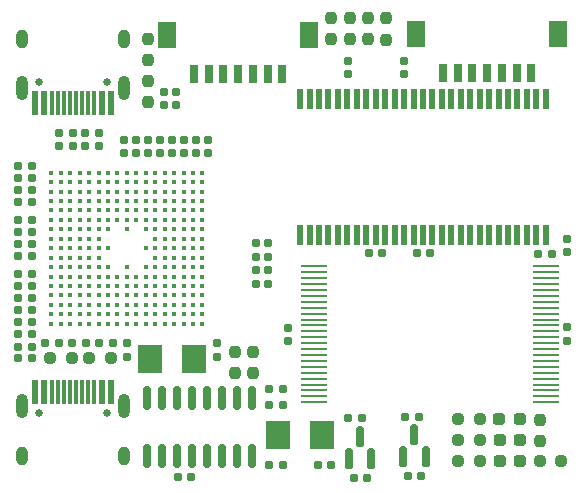
<source format=gts>
G04 #@! TF.GenerationSoftware,KiCad,Pcbnew,7.0.1-0*
G04 #@! TF.CreationDate,2023-04-12T11:12:59+08:00*
G04 #@! TF.ProjectId,slimarm_classic_2410,736c696d-6172-46d5-9f63-6c6173736963,rev?*
G04 #@! TF.SameCoordinates,Original*
G04 #@! TF.FileFunction,Soldermask,Top*
G04 #@! TF.FilePolarity,Negative*
%FSLAX46Y46*%
G04 Gerber Fmt 4.6, Leading zero omitted, Abs format (unit mm)*
G04 Created by KiCad (PCBNEW 7.0.1-0) date 2023-04-12 11:12:59*
%MOMM*%
%LPD*%
G01*
G04 APERTURE LIST*
G04 Aperture macros list*
%AMRoundRect*
0 Rectangle with rounded corners*
0 $1 Rounding radius*
0 $2 $3 $4 $5 $6 $7 $8 $9 X,Y pos of 4 corners*
0 Add a 4 corners polygon primitive as box body*
4,1,4,$2,$3,$4,$5,$6,$7,$8,$9,$2,$3,0*
0 Add four circle primitives for the rounded corners*
1,1,$1+$1,$2,$3*
1,1,$1+$1,$4,$5*
1,1,$1+$1,$6,$7*
1,1,$1+$1,$8,$9*
0 Add four rect primitives between the rounded corners*
20,1,$1+$1,$2,$3,$4,$5,0*
20,1,$1+$1,$4,$5,$6,$7,0*
20,1,$1+$1,$6,$7,$8,$9,0*
20,1,$1+$1,$8,$9,$2,$3,0*%
G04 Aperture macros list end*
%ADD10RoundRect,0.237500X-0.250000X-0.237500X0.250000X-0.237500X0.250000X0.237500X-0.250000X0.237500X0*%
%ADD11RoundRect,0.150000X0.150000X-0.739000X0.150000X0.739000X-0.150000X0.739000X-0.150000X-0.739000X0*%
%ADD12RoundRect,0.155000X-0.212500X-0.155000X0.212500X-0.155000X0.212500X0.155000X-0.212500X0.155000X0*%
%ADD13RoundRect,0.155000X-0.155000X0.212500X-0.155000X-0.212500X0.155000X-0.212500X0.155000X0.212500X0*%
%ADD14C,0.410000*%
%ADD15RoundRect,0.160000X-0.160000X0.197500X-0.160000X-0.197500X0.160000X-0.197500X0.160000X0.197500X0*%
%ADD16RoundRect,0.160000X0.197500X0.160000X-0.197500X0.160000X-0.197500X-0.160000X0.197500X-0.160000X0*%
%ADD17C,0.650000*%
%ADD18R,0.600000X2.000000*%
%ADD19R,0.300000X2.000000*%
%ADD20R,0.600000X1.450000*%
%ADD21O,1.000000X2.100000*%
%ADD22O,1.000000X1.600000*%
%ADD23RoundRect,0.237500X0.287500X0.237500X-0.287500X0.237500X-0.287500X-0.237500X0.287500X-0.237500X0*%
%ADD24RoundRect,0.155000X0.212500X0.155000X-0.212500X0.155000X-0.212500X-0.155000X0.212500X-0.155000X0*%
%ADD25R,0.711200X1.600000*%
%ADD26R,1.600200X2.209800*%
%ADD27RoundRect,0.237500X0.237500X-0.250000X0.237500X0.250000X-0.237500X0.250000X-0.237500X-0.250000X0*%
%ADD28RoundRect,0.160000X0.160000X-0.197500X0.160000X0.197500X-0.160000X0.197500X-0.160000X-0.197500X0*%
%ADD29RoundRect,0.237500X-0.237500X0.250000X-0.237500X-0.250000X0.237500X-0.250000X0.237500X0.250000X0*%
%ADD30RoundRect,0.155000X0.155000X-0.212500X0.155000X0.212500X-0.155000X0.212500X-0.155000X-0.212500X0*%
%ADD31RoundRect,0.237500X0.250000X0.237500X-0.250000X0.237500X-0.250000X-0.237500X0.250000X-0.237500X0*%
%ADD32RoundRect,0.160000X-0.197500X-0.160000X0.197500X-0.160000X0.197500X0.160000X-0.197500X0.160000X0*%
%ADD33R,0.508000X1.693800*%
%ADD34R,2.182700X0.254000*%
%ADD35RoundRect,0.150000X0.150000X-0.825000X0.150000X0.825000X-0.150000X0.825000X-0.150000X-0.825000X0*%
%ADD36R,2.000000X2.400000*%
G04 APERTURE END LIST*
D10*
G04 #@! TO.C,R7*
X25757500Y-36830000D03*
X27582500Y-36830000D03*
G04 #@! TD*
D11*
G04 #@! TO.C,U3*
X55650000Y-45212500D03*
X57550000Y-45212500D03*
X56600000Y-43337500D03*
G04 #@! TD*
D12*
G04 #@! TO.C,C45*
X51476000Y-46919000D03*
X52611000Y-46919000D03*
G04 #@! TD*
D13*
G04 #@! TO.C,C21*
X35364000Y-14242500D03*
X35364000Y-15377500D03*
G04 #@! TD*
G04 #@! TO.C,C40*
X34036000Y-18332500D03*
X34036000Y-19467500D03*
G04 #@! TD*
D12*
G04 #@! TO.C,C35*
X25340500Y-35560000D03*
X26475500Y-35560000D03*
G04 #@! TD*
G04 #@! TO.C,C43*
X23054500Y-29718000D03*
X24189500Y-29718000D03*
G04 #@! TD*
G04 #@! TO.C,C11*
X44310500Y-45850000D03*
X45445500Y-45850000D03*
G04 #@! TD*
D14*
G04 #@! TO.C,IC1*
X38650000Y-21100000D03*
X38650000Y-21900000D03*
X38650000Y-22700000D03*
X38650000Y-23500000D03*
X38650000Y-24300000D03*
X38650000Y-25100000D03*
X38650000Y-25900000D03*
X38650000Y-26700000D03*
X38650000Y-27500000D03*
X38650000Y-28300000D03*
X38650000Y-29100000D03*
X38650000Y-29900000D03*
X38650000Y-30700000D03*
X38650000Y-31500000D03*
X38650000Y-32300000D03*
X38650000Y-33100000D03*
X38650000Y-33900000D03*
X37850000Y-21100000D03*
X37850000Y-21900000D03*
X37850000Y-22700000D03*
X37850000Y-23500000D03*
X37850000Y-24300000D03*
X37850000Y-25100000D03*
X37850000Y-25900000D03*
X37850000Y-26700000D03*
X37850000Y-27500000D03*
X37850000Y-28300000D03*
X37850000Y-29100000D03*
X37850000Y-29900000D03*
X37850000Y-30700000D03*
X37850000Y-31500000D03*
X37850000Y-32300000D03*
X37850000Y-33100000D03*
X37850000Y-33900000D03*
X37050000Y-21100000D03*
X37050000Y-21900000D03*
X37050000Y-22700000D03*
X37050000Y-23500000D03*
X37050000Y-24300000D03*
X37050000Y-25100000D03*
X37050000Y-25900000D03*
X37050000Y-26700000D03*
X37050000Y-27500000D03*
X37050000Y-28300000D03*
X37050000Y-29100000D03*
X37050000Y-29900000D03*
X37050000Y-30700000D03*
X37050000Y-31500000D03*
X37050000Y-32300000D03*
X37050000Y-33100000D03*
X37050000Y-33900000D03*
X36250000Y-21100000D03*
X36250000Y-21900000D03*
X36250000Y-22700000D03*
X36250000Y-23500000D03*
X36250000Y-24300000D03*
X36250000Y-25100000D03*
X36250000Y-25900000D03*
X36250000Y-26700000D03*
X36250000Y-27500000D03*
X36250000Y-28300000D03*
X36250000Y-29100000D03*
X36250000Y-29900000D03*
X36250000Y-30700000D03*
X36250000Y-31500000D03*
X36250000Y-32300000D03*
X36250000Y-33100000D03*
X36250000Y-33900000D03*
X35450000Y-21100000D03*
X35450000Y-21900000D03*
X35450000Y-22700000D03*
X35450000Y-23500000D03*
X35450000Y-24300000D03*
X35450000Y-25100000D03*
X35450000Y-25900000D03*
X35450000Y-26700000D03*
X35450000Y-27500000D03*
X35450000Y-28300000D03*
X35450000Y-29100000D03*
X35450000Y-29900000D03*
X35450000Y-30700000D03*
X35450000Y-31500000D03*
X35450000Y-32300000D03*
X35450000Y-33100000D03*
X35450000Y-33900000D03*
X34650000Y-21100000D03*
X34650000Y-21900000D03*
X34650000Y-22700000D03*
X34650000Y-23500000D03*
X34650000Y-24300000D03*
X34650000Y-25100000D03*
X34650000Y-25900000D03*
X34650000Y-26700000D03*
X34650000Y-27500000D03*
X34650000Y-28300000D03*
X34650000Y-29100000D03*
X34650000Y-29900000D03*
X34650000Y-30700000D03*
X34650000Y-31500000D03*
X34650000Y-32300000D03*
X34650000Y-33100000D03*
X34650000Y-33900000D03*
X33850000Y-21100000D03*
X33850000Y-21900000D03*
X33850000Y-22700000D03*
X33850000Y-23500000D03*
X33850000Y-24300000D03*
X33850000Y-25100000D03*
X33850000Y-25900000D03*
X33850000Y-27500000D03*
X33850000Y-29100000D03*
X33850000Y-29900000D03*
X33850000Y-30700000D03*
X33850000Y-31500000D03*
X33850000Y-32300000D03*
X33850000Y-33100000D03*
X33850000Y-33900000D03*
X33050000Y-21100000D03*
X33050000Y-21900000D03*
X33050000Y-22700000D03*
X33050000Y-23500000D03*
X33050000Y-24300000D03*
X33050000Y-25100000D03*
X33050000Y-29900000D03*
X33050000Y-30700000D03*
X33050000Y-31500000D03*
X33050000Y-32300000D03*
X33050000Y-33100000D03*
X33050000Y-33900000D03*
X32250000Y-21100000D03*
X32250000Y-21900000D03*
X32250000Y-22700000D03*
X32250000Y-23500000D03*
X32250000Y-24300000D03*
X32250000Y-25100000D03*
X32250000Y-25900000D03*
X32250000Y-29100000D03*
X32250000Y-29900000D03*
X32250000Y-30700000D03*
X32250000Y-31500000D03*
X32250000Y-32300000D03*
X32250000Y-33100000D03*
X32250000Y-33900000D03*
X31450000Y-21100000D03*
X31450000Y-21900000D03*
X31450000Y-22700000D03*
X31450000Y-23500000D03*
X31450000Y-24300000D03*
X31450000Y-25100000D03*
X31450000Y-29900000D03*
X31450000Y-30700000D03*
X31450000Y-31500000D03*
X31450000Y-32300000D03*
X31450000Y-33100000D03*
X31450000Y-33900000D03*
X30650000Y-21100000D03*
X30650000Y-21900000D03*
X30650000Y-22700000D03*
X30650000Y-23500000D03*
X30650000Y-24300000D03*
X30650000Y-25100000D03*
X30650000Y-25900000D03*
X30650000Y-27500000D03*
X30650000Y-29100000D03*
X30650000Y-29900000D03*
X30650000Y-30700000D03*
X30650000Y-31500000D03*
X30650000Y-32300000D03*
X30650000Y-33100000D03*
X30650000Y-33900000D03*
X29850000Y-21100000D03*
X29850000Y-21900000D03*
X29850000Y-22700000D03*
X29850000Y-23500000D03*
X29850000Y-24300000D03*
X29850000Y-25100000D03*
X29850000Y-25900000D03*
X29850000Y-26700000D03*
X29850000Y-27500000D03*
X29850000Y-28300000D03*
X29850000Y-29100000D03*
X29850000Y-29900000D03*
X29850000Y-30700000D03*
X29850000Y-31500000D03*
X29850000Y-32300000D03*
X29850000Y-33100000D03*
X29850000Y-33900000D03*
X29050000Y-21100000D03*
X29050000Y-21900000D03*
X29050000Y-22700000D03*
X29050000Y-23500000D03*
X29050000Y-24300000D03*
X29050000Y-25100000D03*
X29050000Y-25900000D03*
X29050000Y-26700000D03*
X29050000Y-27500000D03*
X29050000Y-28300000D03*
X29050000Y-29100000D03*
X29050000Y-29900000D03*
X29050000Y-30700000D03*
X29050000Y-31500000D03*
X29050000Y-32300000D03*
X29050000Y-33100000D03*
X29050000Y-33900000D03*
X28250000Y-21100000D03*
X28250000Y-21900000D03*
X28250000Y-22700000D03*
X28250000Y-23500000D03*
X28250000Y-24300000D03*
X28250000Y-25100000D03*
X28250000Y-25900000D03*
X28250000Y-26700000D03*
X28250000Y-27500000D03*
X28250000Y-28300000D03*
X28250000Y-29100000D03*
X28250000Y-29900000D03*
X28250000Y-30700000D03*
X28250000Y-31500000D03*
X28250000Y-32300000D03*
X28250000Y-33100000D03*
X28250000Y-33900000D03*
X27450000Y-21100000D03*
X27450000Y-21900000D03*
X27450000Y-22700000D03*
X27450000Y-23500000D03*
X27450000Y-24300000D03*
X27450000Y-25100000D03*
X27450000Y-25900000D03*
X27450000Y-26700000D03*
X27450000Y-27500000D03*
X27450000Y-28300000D03*
X27450000Y-29100000D03*
X27450000Y-29900000D03*
X27450000Y-30700000D03*
X27450000Y-31500000D03*
X27450000Y-32300000D03*
X27450000Y-33100000D03*
X27450000Y-33900000D03*
X26650000Y-21100000D03*
X26650000Y-21900000D03*
X26650000Y-22700000D03*
X26650000Y-23500000D03*
X26650000Y-24300000D03*
X26650000Y-25100000D03*
X26650000Y-25900000D03*
X26650000Y-26700000D03*
X26650000Y-27500000D03*
X26650000Y-28300000D03*
X26650000Y-29100000D03*
X26650000Y-29900000D03*
X26650000Y-30700000D03*
X26650000Y-31500000D03*
X26650000Y-32300000D03*
X26650000Y-33100000D03*
X26650000Y-33900000D03*
X25850000Y-21100000D03*
X25850000Y-21900000D03*
X25850000Y-22700000D03*
X25850000Y-23500000D03*
X25850000Y-24300000D03*
X25850000Y-25100000D03*
X25850000Y-25900000D03*
X25850000Y-26700000D03*
X25850000Y-27500000D03*
X25850000Y-28300000D03*
X25850000Y-29100000D03*
X25850000Y-29900000D03*
X25850000Y-30700000D03*
X25850000Y-31500000D03*
X25850000Y-32300000D03*
X25850000Y-33100000D03*
X25850000Y-33900000D03*
G04 #@! TD*
D15*
G04 #@! TO.C,R21*
X43180000Y-29300000D03*
X43180000Y-30495000D03*
G04 #@! TD*
D16*
G04 #@! TO.C,R25*
X45457500Y-40770000D03*
X44262500Y-40770000D03*
G04 #@! TD*
D17*
G04 #@! TO.C,J1*
X30576000Y-13417500D03*
X24796000Y-13417500D03*
D18*
X30936000Y-15217500D03*
X30136000Y-15217500D03*
D19*
X28936000Y-15217500D03*
X27936000Y-15217500D03*
X27436000Y-15217500D03*
X26436000Y-15217500D03*
D18*
X25236000Y-15217500D03*
X24436000Y-15217500D03*
X24436000Y-15217500D03*
D20*
X25236000Y-15217500D03*
D19*
X25936000Y-15217500D03*
X26936000Y-15217500D03*
X28436000Y-15217500D03*
X29436000Y-15217500D03*
D20*
X30136000Y-15217500D03*
X30936000Y-15317500D03*
D21*
X32006000Y-13947500D03*
D22*
X32006000Y-9767500D03*
D21*
X23366000Y-13947500D03*
D22*
X23366000Y-9767500D03*
G04 #@! TD*
D23*
G04 #@! TO.C,D2*
X65542500Y-41944000D03*
X63792500Y-41944000D03*
G04 #@! TD*
D13*
G04 #@! TO.C,C18*
X38100000Y-18332500D03*
X38100000Y-19467500D03*
G04 #@! TD*
D12*
G04 #@! TO.C,C28*
X23054500Y-35822000D03*
X24189500Y-35822000D03*
G04 #@! TD*
D24*
G04 #@! TO.C,C26*
X57917500Y-27900000D03*
X56782500Y-27900000D03*
G04 #@! TD*
D25*
G04 #@! TO.C,J2*
X37925000Y-12750000D03*
X39175000Y-12750000D03*
X40425000Y-12750000D03*
X41675000Y-12750000D03*
X42925000Y-12750000D03*
X44175000Y-12750000D03*
X45425000Y-12750000D03*
D26*
X47672100Y-9448000D03*
X35677900Y-9448000D03*
G04 #@! TD*
D12*
G04 #@! TO.C,C30*
X23054500Y-36830000D03*
X24189500Y-36830000D03*
G04 #@! TD*
G04 #@! TO.C,C8*
X50992500Y-41900000D03*
X52127500Y-41900000D03*
G04 #@! TD*
D13*
G04 #@! TO.C,C25*
X69510000Y-34192500D03*
X69510000Y-35327500D03*
G04 #@! TD*
D27*
G04 #@! TO.C,R3*
X67200000Y-43852500D03*
X67200000Y-42027500D03*
G04 #@! TD*
D28*
G04 #@! TO.C,R20*
X44196000Y-28209000D03*
X44196000Y-27014000D03*
G04 #@! TD*
D15*
G04 #@! TO.C,R23*
X44196000Y-29300000D03*
X44196000Y-30495000D03*
G04 #@! TD*
D13*
G04 #@! TO.C,C15*
X55725000Y-11607500D03*
X55725000Y-12742500D03*
G04 #@! TD*
D12*
G04 #@! TO.C,C41*
X23054500Y-20574000D03*
X24189500Y-20574000D03*
G04 #@! TD*
D13*
G04 #@! TO.C,C24*
X39116000Y-18332500D03*
X39116000Y-19467500D03*
G04 #@! TD*
D24*
G04 #@! TO.C,C5*
X49569000Y-45850000D03*
X48434000Y-45850000D03*
G04 #@! TD*
D29*
G04 #@! TO.C,R14*
X52650000Y-8000000D03*
X52650000Y-9825000D03*
G04 #@! TD*
D16*
G04 #@! TO.C,R18*
X27682500Y-18870000D03*
X26487500Y-18870000D03*
G04 #@! TD*
D30*
G04 #@! TO.C,C12*
X39878000Y-36695000D03*
X39878000Y-35560000D03*
G04 #@! TD*
D29*
G04 #@! TO.C,R9*
X34036000Y-9755500D03*
X34036000Y-11580500D03*
G04 #@! TD*
D12*
G04 #@! TO.C,C7*
X55812500Y-41770000D03*
X56947500Y-41770000D03*
G04 #@! TD*
G04 #@! TO.C,C38*
X23054500Y-31750000D03*
X24189500Y-31750000D03*
G04 #@! TD*
D23*
G04 #@! TO.C,D3*
X65567500Y-45500000D03*
X63817500Y-45500000D03*
G04 #@! TD*
D13*
G04 #@! TO.C,C22*
X37076000Y-18332500D03*
X37076000Y-19467500D03*
G04 #@! TD*
D25*
G04 #@! TO.C,J3*
X59000000Y-12650000D03*
X60250000Y-12650000D03*
X61500000Y-12650000D03*
X62750000Y-12650000D03*
X64000000Y-12650000D03*
X65250000Y-12650000D03*
X66500000Y-12650000D03*
D26*
X68747100Y-9348000D03*
X56752900Y-9348000D03*
G04 #@! TD*
D11*
G04 #@! TO.C,U2*
X51027500Y-45316500D03*
X52927500Y-45316500D03*
X51977500Y-43441500D03*
G04 #@! TD*
D13*
G04 #@! TO.C,C39*
X35052000Y-18332500D03*
X35052000Y-19467500D03*
G04 #@! TD*
D27*
G04 #@! TO.C,R8*
X34036000Y-15136500D03*
X34036000Y-13311500D03*
G04 #@! TD*
D31*
G04 #@! TO.C,R13*
X69042500Y-45490000D03*
X67217500Y-45490000D03*
G04 #@! TD*
D13*
G04 #@! TO.C,C3*
X69480000Y-26712500D03*
X69480000Y-27847500D03*
G04 #@! TD*
D32*
G04 #@! TO.C,R11*
X28707500Y-17760000D03*
X29902500Y-17760000D03*
G04 #@! TD*
D13*
G04 #@! TO.C,C32*
X51000000Y-11632500D03*
X51000000Y-12767500D03*
G04 #@! TD*
D33*
G04 #@! TO.C,U4*
X46919375Y-26363350D03*
X47719475Y-26363350D03*
X48519575Y-26363350D03*
X49319675Y-26363350D03*
X50119775Y-26363350D03*
X50919875Y-26363350D03*
X51719975Y-26363350D03*
X52520075Y-26363350D03*
X53320175Y-26363350D03*
X54120275Y-26363350D03*
X54920375Y-26363350D03*
X55720475Y-26363350D03*
X56520575Y-26363350D03*
X57320675Y-26363350D03*
X58120775Y-26363350D03*
X58920875Y-26363350D03*
X59720975Y-26363350D03*
X60521075Y-26363350D03*
X61321175Y-26363350D03*
X62121275Y-26363350D03*
X62921375Y-26363350D03*
X63721475Y-26363350D03*
X64521575Y-26363350D03*
X65321675Y-26363350D03*
X66121775Y-26363350D03*
X66921875Y-26363350D03*
X67721975Y-26363350D03*
X67721975Y-14882550D03*
X66921875Y-14882550D03*
X66121775Y-14882550D03*
X65321675Y-14882550D03*
X64521575Y-14882550D03*
X63721475Y-14882550D03*
X62921375Y-14882550D03*
X62121275Y-14882550D03*
X61321175Y-14882550D03*
X60521075Y-14882550D03*
X59720975Y-14882550D03*
X58920875Y-14882550D03*
X58120775Y-14882550D03*
X57320675Y-14882550D03*
X56520575Y-14882550D03*
X55720475Y-14882550D03*
X54920375Y-14882550D03*
X54120275Y-14882550D03*
X53320175Y-14882550D03*
X52520075Y-14882550D03*
X51719975Y-14882550D03*
X50919875Y-14882550D03*
X50119775Y-14882550D03*
X49319675Y-14882550D03*
X48519575Y-14882550D03*
X47719475Y-14882550D03*
X46919375Y-14882550D03*
G04 #@! TD*
D12*
G04 #@! TO.C,C37*
X23054500Y-30734000D03*
X24189500Y-30734000D03*
G04 #@! TD*
G04 #@! TO.C,C29*
X23054500Y-28194000D03*
X24189500Y-28194000D03*
G04 #@! TD*
D34*
G04 #@! TO.C,U5*
X67735475Y-40537499D03*
X67735475Y-40037500D03*
X67735475Y-39537501D03*
X67735475Y-39037499D03*
X67735475Y-38537500D03*
X67735475Y-38037501D03*
X67735475Y-37537500D03*
X67735475Y-37037501D03*
X67735475Y-36537499D03*
X67735475Y-36037500D03*
X67735475Y-35537501D03*
X67735475Y-35037500D03*
X67735475Y-34537500D03*
X67735475Y-34037499D03*
X67735475Y-33537500D03*
X67735475Y-33037501D03*
X67735475Y-32537499D03*
X67735475Y-32037500D03*
X67735475Y-31537499D03*
X67735475Y-31037500D03*
X67735475Y-30537501D03*
X67735475Y-30037499D03*
X67735475Y-29537500D03*
X67735475Y-29037499D03*
X48063175Y-29037501D03*
X48063175Y-29537500D03*
X48063175Y-30037499D03*
X48063175Y-30537501D03*
X48063175Y-31037500D03*
X48063175Y-31537501D03*
X48063175Y-32037500D03*
X48063175Y-32537499D03*
X48063175Y-33037501D03*
X48063175Y-33537500D03*
X48063175Y-34037502D03*
X48063175Y-34537500D03*
X48063175Y-35037500D03*
X48063175Y-35537501D03*
X48063175Y-36037500D03*
X48063175Y-36537499D03*
X48063175Y-37037501D03*
X48063175Y-37537500D03*
X48063175Y-38037501D03*
X48063175Y-38537500D03*
X48063175Y-39037499D03*
X48063175Y-39537501D03*
X48063175Y-40037500D03*
X48063175Y-40537501D03*
G04 #@! TD*
D35*
G04 #@! TO.C,U1*
X33965000Y-45105000D03*
X35235000Y-45105000D03*
X36505000Y-45105000D03*
X37775000Y-45105000D03*
X39045000Y-45105000D03*
X40315000Y-45105000D03*
X41585000Y-45105000D03*
X42855000Y-45105000D03*
X42855000Y-40155000D03*
X41585000Y-40155000D03*
X40315000Y-40155000D03*
X39045000Y-40155000D03*
X37775000Y-40155000D03*
X36505000Y-40155000D03*
X35235000Y-40155000D03*
X33965000Y-40155000D03*
G04 #@! TD*
D12*
G04 #@! TO.C,C42*
X23054500Y-33782000D03*
X24189500Y-33782000D03*
G04 #@! TD*
D24*
G04 #@! TO.C,C10*
X53857500Y-27910000D03*
X52722500Y-27910000D03*
G04 #@! TD*
D13*
G04 #@! TO.C,C46*
X33020000Y-18332500D03*
X33020000Y-19467500D03*
G04 #@! TD*
D29*
G04 #@! TO.C,R15*
X54180000Y-8007500D03*
X54180000Y-9832500D03*
G04 #@! TD*
D12*
G04 #@! TO.C,C31*
X23054500Y-27178000D03*
X24189500Y-27178000D03*
G04 #@! TD*
D13*
G04 #@! TO.C,C19*
X36380000Y-14242500D03*
X36380000Y-15377500D03*
G04 #@! TD*
D12*
G04 #@! TO.C,C2*
X27626500Y-35560000D03*
X28761500Y-35560000D03*
G04 #@! TD*
D13*
G04 #@! TO.C,C13*
X45920000Y-34222500D03*
X45920000Y-35357500D03*
G04 #@! TD*
D28*
G04 #@! TO.C,R22*
X43180000Y-28209000D03*
X43180000Y-27014000D03*
G04 #@! TD*
D29*
G04 #@! TO.C,R2*
X42894000Y-36250000D03*
X42894000Y-38075000D03*
G04 #@! TD*
D12*
G04 #@! TO.C,C9*
X23054500Y-32766000D03*
X24189500Y-32766000D03*
G04 #@! TD*
G04 #@! TO.C,C33*
X23054500Y-22606000D03*
X24189500Y-22606000D03*
G04 #@! TD*
D23*
G04 #@! TO.C,D1*
X65567500Y-43722000D03*
X63817500Y-43722000D03*
G04 #@! TD*
D12*
G04 #@! TO.C,C14*
X56032500Y-46815000D03*
X57167500Y-46815000D03*
G04 #@! TD*
D16*
G04 #@! TO.C,R10*
X27697500Y-17750000D03*
X26502500Y-17750000D03*
G04 #@! TD*
D13*
G04 #@! TO.C,C47*
X32004000Y-18332500D03*
X32004000Y-19467500D03*
G04 #@! TD*
G04 #@! TO.C,C23*
X36068000Y-18332500D03*
X36068000Y-19467500D03*
G04 #@! TD*
D12*
G04 #@! TO.C,C1*
X29912500Y-35560000D03*
X31047500Y-35560000D03*
G04 #@! TD*
D36*
G04 #@! TO.C,Y1*
X34218000Y-36900000D03*
X37918000Y-36900000D03*
G04 #@! TD*
D12*
G04 #@! TO.C,C27*
X67092500Y-27950000D03*
X68227500Y-27950000D03*
G04 #@! TD*
D32*
G04 #@! TO.C,R19*
X28692500Y-18880000D03*
X29887500Y-18880000D03*
G04 #@! TD*
D27*
G04 #@! TO.C,R1*
X41370000Y-38075000D03*
X41370000Y-36250000D03*
G04 #@! TD*
D36*
G04 #@! TO.C,Y2*
X48760000Y-43310000D03*
X45060000Y-43310000D03*
G04 #@! TD*
D30*
G04 #@! TO.C,C6*
X32258000Y-36695000D03*
X32258000Y-35560000D03*
G04 #@! TD*
D17*
G04 #@! TO.C,J4*
X24796000Y-41420250D03*
X30576000Y-41420250D03*
D20*
X24436000Y-39975250D03*
X25236000Y-39975250D03*
D19*
X26436000Y-39672750D03*
X27436000Y-39672750D03*
X27936000Y-39672750D03*
X28936000Y-39672750D03*
D20*
X30136000Y-39975250D03*
X30936000Y-39975250D03*
D18*
X30936000Y-39672750D03*
X30136000Y-39672750D03*
D19*
X29436000Y-39672750D03*
X28436000Y-39672750D03*
X26936000Y-39672750D03*
X25936000Y-39672750D03*
D18*
X25236000Y-39672750D03*
X24436000Y-39672750D03*
D21*
X23366000Y-40890250D03*
D22*
X23366000Y-45070250D03*
D21*
X32006000Y-40890250D03*
D22*
X32006000Y-45070250D03*
G04 #@! TD*
D10*
G04 #@! TO.C,R5*
X60305000Y-41994000D03*
X62130000Y-41994000D03*
G04 #@! TD*
D12*
G04 #@! TO.C,C16*
X36552500Y-46910000D03*
X37687500Y-46910000D03*
G04 #@! TD*
G04 #@! TO.C,C34*
X23054500Y-23622000D03*
X24189500Y-23622000D03*
G04 #@! TD*
D29*
G04 #@! TO.C,R17*
X49550000Y-7987500D03*
X49550000Y-9812500D03*
G04 #@! TD*
D10*
G04 #@! TO.C,R6*
X60305000Y-45494000D03*
X62130000Y-45494000D03*
G04 #@! TD*
D12*
G04 #@! TO.C,C20*
X23054500Y-26162000D03*
X24189500Y-26162000D03*
G04 #@! TD*
G04 #@! TO.C,C36*
X23054500Y-34798000D03*
X24189500Y-34798000D03*
G04 #@! TD*
D16*
G04 #@! TO.C,R24*
X45457500Y-39430000D03*
X44262500Y-39430000D03*
G04 #@! TD*
D12*
G04 #@! TO.C,C4*
X23054500Y-25146000D03*
X24189500Y-25146000D03*
G04 #@! TD*
G04 #@! TO.C,C44*
X23054500Y-21590000D03*
X24189500Y-21590000D03*
G04 #@! TD*
D10*
G04 #@! TO.C,R4*
X60312000Y-43722000D03*
X62137000Y-43722000D03*
G04 #@! TD*
D29*
G04 #@! TO.C,R16*
X51120000Y-7987500D03*
X51120000Y-9812500D03*
G04 #@! TD*
D31*
G04 #@! TO.C,R12*
X30884500Y-36830000D03*
X29059500Y-36830000D03*
G04 #@! TD*
M02*

</source>
